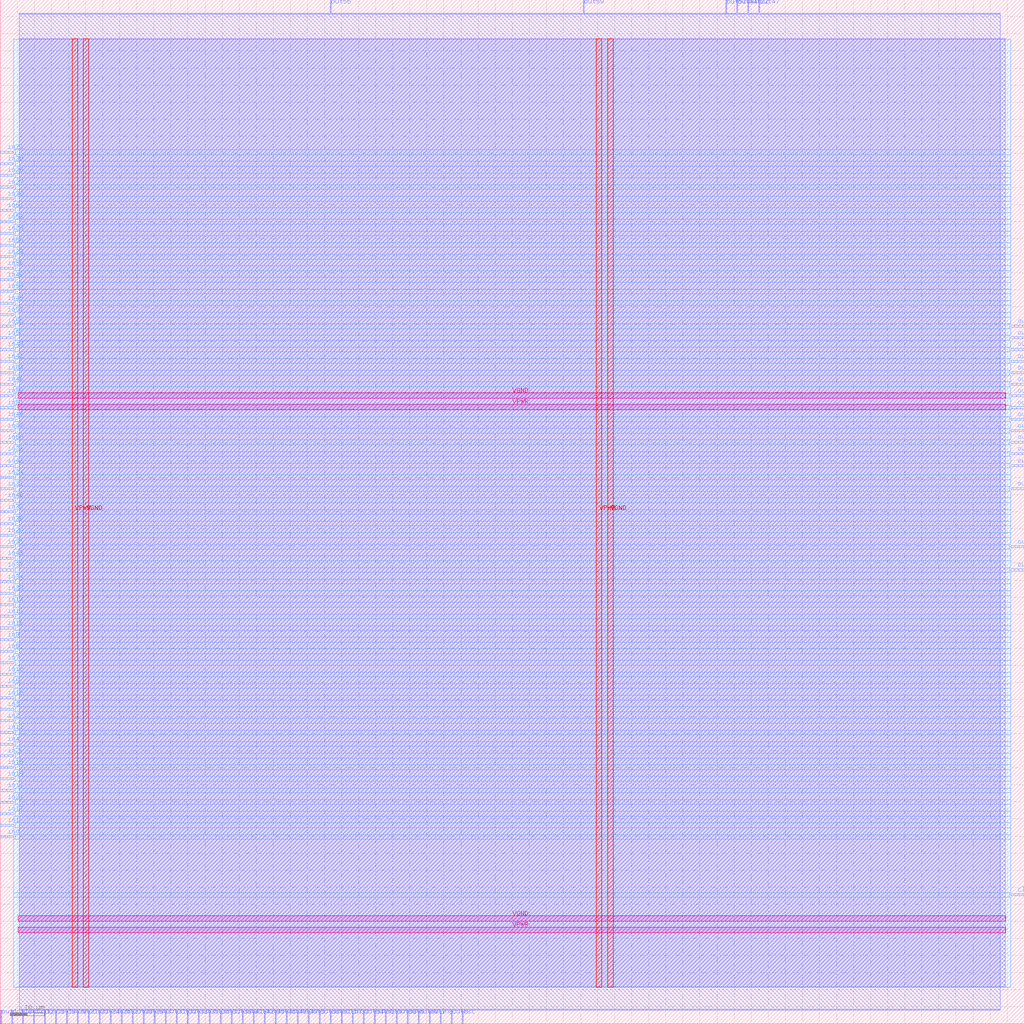
<source format=lef>
VERSION 5.7 ;
  NOWIREEXTENSIONATPIN ON ;
  DIVIDERCHAR "/" ;
  BUSBITCHARS "[]" ;
MACRO netlist_1
  CLASS BLOCK ;
  FOREIGN netlist_1 ;
  ORIGIN 0.000 0.000 ;
  SIZE 300.000 BY 300.000 ;
  PIN VGND
    DIRECTION INOUT ;
    USE GROUND ;
    PORT
      LAYER met4 ;
        RECT 24.340 10.640 25.940 288.560 ;
    END
    PORT
      LAYER met4 ;
        RECT 177.940 10.640 179.540 288.560 ;
    END
    PORT
      LAYER met5 ;
        RECT 5.280 30.030 294.640 31.630 ;
    END
    PORT
      LAYER met5 ;
        RECT 5.280 183.210 294.640 184.810 ;
    END
  END VGND
  PIN VPWR
    DIRECTION INOUT ;
    USE POWER ;
    PORT
      LAYER met4 ;
        RECT 21.040 10.640 22.640 288.560 ;
    END
    PORT
      LAYER met4 ;
        RECT 174.640 10.640 176.240 288.560 ;
    END
    PORT
      LAYER met5 ;
        RECT 5.280 26.730 294.640 28.330 ;
    END
    PORT
      LAYER met5 ;
        RECT 5.280 179.910 294.640 181.510 ;
    END
  END VPWR
  PIN clk
    DIRECTION INPUT ;
    USE SIGNAL ;
    ANTENNAGATEAREA 0.852000 ;
    ANTENNADIFFAREA 0.434700 ;
    PORT
      LAYER met3 ;
        RECT 296.000 37.440 300.000 38.040 ;
    END
  END clk
  PIN in0
    DIRECTION INPUT ;
    USE SIGNAL ;
    ANTENNAGATEAREA 0.196500 ;
    ANTENNADIFFAREA 0.434700 ;
    PORT
      LAYER met3 ;
        RECT 0.000 54.440 4.000 55.040 ;
    END
  END in0
  PIN in1
    DIRECTION INPUT ;
    USE SIGNAL ;
    ANTENNAGATEAREA 0.196500 ;
    ANTENNADIFFAREA 0.434700 ;
    PORT
      LAYER met3 ;
        RECT 0.000 57.840 4.000 58.440 ;
    END
  END in1
  PIN in10
    DIRECTION INPUT ;
    USE SIGNAL ;
    ANTENNAGATEAREA 0.196500 ;
    ANTENNADIFFAREA 0.434700 ;
    PORT
      LAYER met3 ;
        RECT 0.000 102.040 4.000 102.640 ;
    END
  END in10
  PIN in11
    DIRECTION INPUT ;
    USE SIGNAL ;
    ANTENNAGATEAREA 0.196500 ;
    ANTENNADIFFAREA 0.434700 ;
    PORT
      LAYER met3 ;
        RECT 0.000 68.040 4.000 68.640 ;
    END
  END in11
  PIN in12
    DIRECTION INPUT ;
    USE SIGNAL ;
    ANTENNAGATEAREA 0.196500 ;
    ANTENNADIFFAREA 0.434700 ;
    PORT
      LAYER met3 ;
        RECT 0.000 85.040 4.000 85.640 ;
    END
  END in12
  PIN in13
    DIRECTION INPUT ;
    USE SIGNAL ;
    ANTENNAGATEAREA 0.196500 ;
    ANTENNADIFFAREA 0.434700 ;
    PORT
      LAYER met3 ;
        RECT 0.000 119.040 4.000 119.640 ;
    END
  END in13
  PIN in14
    DIRECTION INPUT ;
    USE SIGNAL ;
    ANTENNAGATEAREA 0.196500 ;
    ANTENNADIFFAREA 0.434700 ;
    PORT
      LAYER met3 ;
        RECT 0.000 122.440 4.000 123.040 ;
    END
  END in14
  PIN in15
    DIRECTION INPUT ;
    USE SIGNAL ;
    ANTENNAGATEAREA 0.196500 ;
    ANTENNADIFFAREA 0.434700 ;
    PORT
      LAYER met3 ;
        RECT 0.000 74.840 4.000 75.440 ;
    END
  END in15
  PIN in16
    DIRECTION INPUT ;
    USE SIGNAL ;
    ANTENNAGATEAREA 0.196500 ;
    ANTENNADIFFAREA 0.434700 ;
    PORT
      LAYER met3 ;
        RECT 0.000 115.640 4.000 116.240 ;
    END
  END in16
  PIN in17
    DIRECTION INPUT ;
    USE SIGNAL ;
    ANTENNAGATEAREA 0.196500 ;
    ANTENNADIFFAREA 0.434700 ;
    PORT
      LAYER met3 ;
        RECT 0.000 61.240 4.000 61.840 ;
    END
  END in17
  PIN in18
    DIRECTION INPUT ;
    USE SIGNAL ;
    ANTENNAGATEAREA 0.196500 ;
    ANTENNADIFFAREA 0.434700 ;
    PORT
      LAYER met3 ;
        RECT 0.000 95.240 4.000 95.840 ;
    END
  END in18
  PIN in19
    DIRECTION INPUT ;
    USE SIGNAL ;
    ANTENNAGATEAREA 0.196500 ;
    ANTENNADIFFAREA 0.434700 ;
    PORT
      LAYER met3 ;
        RECT 0.000 71.440 4.000 72.040 ;
    END
  END in19
  PIN in2
    DIRECTION INPUT ;
    USE SIGNAL ;
    ANTENNAGATEAREA 0.196500 ;
    ANTENNADIFFAREA 0.434700 ;
    PORT
      LAYER met3 ;
        RECT 0.000 88.440 4.000 89.040 ;
    END
  END in2
  PIN in20
    DIRECTION INPUT ;
    USE SIGNAL ;
    ANTENNAGATEAREA 0.196500 ;
    ANTENNADIFFAREA 0.434700 ;
    PORT
      LAYER met3 ;
        RECT 0.000 78.240 4.000 78.840 ;
    END
  END in20
  PIN in21
    DIRECTION INPUT ;
    USE SIGNAL ;
    ANTENNAGATEAREA 0.213000 ;
    ANTENNADIFFAREA 0.434700 ;
    PORT
      LAYER met3 ;
        RECT 0.000 64.640 4.000 65.240 ;
    END
  END in21
  PIN in22
    DIRECTION INPUT ;
    USE SIGNAL ;
    ANTENNAGATEAREA 0.196500 ;
    ANTENNADIFFAREA 0.434700 ;
    PORT
      LAYER met3 ;
        RECT 0.000 166.640 4.000 167.240 ;
    END
  END in22
  PIN in23
    DIRECTION INPUT ;
    USE SIGNAL ;
    ANTENNAGATEAREA 0.196500 ;
    ANTENNADIFFAREA 0.434700 ;
    PORT
      LAYER met3 ;
        RECT 0.000 255.040 4.000 255.640 ;
    END
  END in23
  PIN in24
    DIRECTION INPUT ;
    USE SIGNAL ;
    ANTENNAGATEAREA 0.196500 ;
    ANTENNADIFFAREA 0.434700 ;
    PORT
      LAYER met3 ;
        RECT 0.000 159.840 4.000 160.440 ;
    END
  END in24
  PIN in25
    DIRECTION INPUT ;
    USE SIGNAL ;
    ANTENNAGATEAREA 0.196500 ;
    ANTENNADIFFAREA 0.434700 ;
    PORT
      LAYER met3 ;
        RECT 0.000 248.240 4.000 248.840 ;
    END
  END in25
  PIN in26
    DIRECTION INPUT ;
    USE SIGNAL ;
    ANTENNAGATEAREA 0.196500 ;
    ANTENNADIFFAREA 0.434700 ;
    PORT
      LAYER met3 ;
        RECT 0.000 231.240 4.000 231.840 ;
    END
  END in26
  PIN in27
    DIRECTION INPUT ;
    USE SIGNAL ;
    ANTENNAGATEAREA 0.196500 ;
    ANTENNADIFFAREA 0.434700 ;
    PORT
      LAYER met3 ;
        RECT 0.000 244.840 4.000 245.440 ;
    END
  END in27
  PIN in28
    DIRECTION INPUT ;
    USE SIGNAL ;
    ANTENNAGATEAREA 0.196500 ;
    ANTENNADIFFAREA 0.434700 ;
    PORT
      LAYER met3 ;
        RECT 0.000 224.440 4.000 225.040 ;
    END
  END in28
  PIN in29
    DIRECTION INPUT ;
    USE SIGNAL ;
    ANTENNAGATEAREA 0.196500 ;
    ANTENNADIFFAREA 0.434700 ;
    PORT
      LAYER met3 ;
        RECT 0.000 142.840 4.000 143.440 ;
    END
  END in29
  PIN in3
    DIRECTION INPUT ;
    USE SIGNAL ;
    ANTENNAGATEAREA 0.196500 ;
    ANTENNADIFFAREA 0.434700 ;
    PORT
      LAYER met3 ;
        RECT 0.000 91.840 4.000 92.440 ;
    END
  END in3
  PIN in30
    DIRECTION INPUT ;
    USE SIGNAL ;
    ANTENNAGATEAREA 0.196500 ;
    ANTENNADIFFAREA 0.434700 ;
    PORT
      LAYER met3 ;
        RECT 0.000 241.440 4.000 242.040 ;
    END
  END in30
  PIN in31
    DIRECTION INPUT ;
    USE SIGNAL ;
    ANTENNAGATEAREA 0.196500 ;
    ANTENNADIFFAREA 0.434700 ;
    PORT
      LAYER met3 ;
        RECT 0.000 156.440 4.000 157.040 ;
    END
  END in31
  PIN in32
    DIRECTION INPUT ;
    USE SIGNAL ;
    ANTENNAGATEAREA 0.213000 ;
    ANTENNADIFFAREA 0.434700 ;
    PORT
      LAYER met2 ;
        RECT 103.130 0.000 103.410 4.000 ;
    END
  END in32
  PIN in33
    DIRECTION INPUT ;
    USE SIGNAL ;
    ANTENNAGATEAREA 0.196500 ;
    ANTENNADIFFAREA 0.434700 ;
    PORT
      LAYER met3 ;
        RECT 0.000 149.640 4.000 150.240 ;
    END
  END in33
  PIN in34
    DIRECTION INPUT ;
    USE SIGNAL ;
    ANTENNAGATEAREA 0.196500 ;
    ANTENNADIFFAREA 0.434700 ;
    PORT
      LAYER met3 ;
        RECT 0.000 129.240 4.000 129.840 ;
    END
  END in34
  PIN in35
    DIRECTION INPUT ;
    USE SIGNAL ;
    ANTENNAGATEAREA 0.196500 ;
    ANTENNADIFFAREA 0.434700 ;
    PORT
      LAYER met3 ;
        RECT 0.000 139.440 4.000 140.040 ;
    END
  END in35
  PIN in36
    DIRECTION INPUT ;
    USE SIGNAL ;
    ANTENNAGATEAREA 0.196500 ;
    ANTENNADIFFAREA 0.434700 ;
    PORT
      LAYER met3 ;
        RECT 0.000 251.640 4.000 252.240 ;
    END
  END in36
  PIN in37
    DIRECTION INPUT ;
    USE SIGNAL ;
    ANTENNAGATEAREA 0.196500 ;
    ANTENNADIFFAREA 0.434700 ;
    PORT
      LAYER met3 ;
        RECT 0.000 132.640 4.000 133.240 ;
    END
  END in37
  PIN in38
    DIRECTION INPUT ;
    USE SIGNAL ;
    ANTENNAGATEAREA 0.196500 ;
    ANTENNADIFFAREA 0.434700 ;
    PORT
      LAYER met3 ;
        RECT 0.000 125.840 4.000 126.440 ;
    END
  END in38
  PIN in39
    DIRECTION INPUT ;
    USE SIGNAL ;
    ANTENNAGATEAREA 0.196500 ;
    ANTENNADIFFAREA 0.434700 ;
    PORT
      LAYER met3 ;
        RECT 0.000 146.240 4.000 146.840 ;
    END
  END in39
  PIN in4
    DIRECTION INPUT ;
    USE SIGNAL ;
    ANTENNAGATEAREA 0.196500 ;
    ANTENNADIFFAREA 0.434700 ;
    PORT
      LAYER met3 ;
        RECT 0.000 81.640 4.000 82.240 ;
    END
  END in4
  PIN in40
    DIRECTION INPUT ;
    USE SIGNAL ;
    ANTENNAGATEAREA 0.126000 ;
    ANTENNADIFFAREA 0.434700 ;
    PORT
      LAYER met3 ;
        RECT 0.000 153.040 4.000 153.640 ;
    END
  END in40
  PIN in41
    DIRECTION INPUT ;
    USE SIGNAL ;
    ANTENNAGATEAREA 0.196500 ;
    ANTENNADIFFAREA 0.434700 ;
    PORT
      LAYER met3 ;
        RECT 0.000 193.840 4.000 194.440 ;
    END
  END in41
  PIN in42
    DIRECTION INPUT ;
    USE SIGNAL ;
    ANTENNAGATEAREA 0.196500 ;
    ANTENNADIFFAREA 0.434700 ;
    PORT
      LAYER met3 ;
        RECT 0.000 163.240 4.000 163.840 ;
    END
  END in42
  PIN in43
    DIRECTION INPUT ;
    USE SIGNAL ;
    ANTENNAGATEAREA 0.126000 ;
    ANTENNADIFFAREA 0.434700 ;
    PORT
      LAYER met3 ;
        RECT 0.000 136.040 4.000 136.640 ;
    END
  END in43
  PIN in44
    DIRECTION INPUT ;
    USE SIGNAL ;
    ANTENNAGATEAREA 0.196500 ;
    ANTENNADIFFAREA 0.434700 ;
    PORT
      LAYER met3 ;
        RECT 0.000 176.840 4.000 177.440 ;
    END
  END in44
  PIN in45
    DIRECTION INPUT ;
    USE SIGNAL ;
    ANTENNAGATEAREA 0.196500 ;
    ANTENNADIFFAREA 0.434700 ;
    PORT
      LAYER met3 ;
        RECT 0.000 210.840 4.000 211.440 ;
    END
  END in45
  PIN in46
    DIRECTION INPUT ;
    USE SIGNAL ;
    ANTENNAGATEAREA 0.196500 ;
    ANTENNADIFFAREA 0.434700 ;
    PORT
      LAYER met3 ;
        RECT 0.000 187.040 4.000 187.640 ;
    END
  END in46
  PIN in47
    DIRECTION INPUT ;
    USE SIGNAL ;
    ANTENNAGATEAREA 0.196500 ;
    ANTENNADIFFAREA 0.434700 ;
    PORT
      LAYER met3 ;
        RECT 0.000 173.440 4.000 174.040 ;
    END
  END in47
  PIN in48
    DIRECTION INPUT ;
    USE SIGNAL ;
    ANTENNAGATEAREA 0.196500 ;
    ANTENNADIFFAREA 0.434700 ;
    PORT
      LAYER met3 ;
        RECT 0.000 197.240 4.000 197.840 ;
    END
  END in48
  PIN in49
    DIRECTION INPUT ;
    USE SIGNAL ;
    ANTENNAGATEAREA 0.196500 ;
    ANTENNADIFFAREA 0.434700 ;
    PORT
      LAYER met3 ;
        RECT 0.000 217.640 4.000 218.240 ;
    END
  END in49
  PIN in5
    DIRECTION INPUT ;
    USE SIGNAL ;
    ANTENNAGATEAREA 0.126000 ;
    ANTENNADIFFAREA 0.434700 ;
    PORT
      LAYER met3 ;
        RECT 0.000 98.640 4.000 99.240 ;
    END
  END in5
  PIN in50
    DIRECTION INPUT ;
    USE SIGNAL ;
    ANTENNAGATEAREA 0.196500 ;
    ANTENNADIFFAREA 0.434700 ;
    PORT
      LAYER met3 ;
        RECT 0.000 227.840 4.000 228.440 ;
    END
  END in50
  PIN in51
    DIRECTION INPUT ;
    USE SIGNAL ;
    ANTENNAGATEAREA 0.196500 ;
    ANTENNADIFFAREA 0.434700 ;
    PORT
      LAYER met3 ;
        RECT 0.000 180.240 4.000 180.840 ;
    END
  END in51
  PIN in52
    DIRECTION INPUT ;
    USE SIGNAL ;
    ANTENNAGATEAREA 0.196500 ;
    ANTENNADIFFAREA 0.434700 ;
    PORT
      LAYER met3 ;
        RECT 0.000 234.640 4.000 235.240 ;
    END
  END in52
  PIN in53
    DIRECTION INPUT ;
    USE SIGNAL ;
    ANTENNAGATEAREA 0.213000 ;
    ANTENNADIFFAREA 0.434700 ;
    PORT
      LAYER met3 ;
        RECT 0.000 200.640 4.000 201.240 ;
    END
  END in53
  PIN in54
    DIRECTION INPUT ;
    USE SIGNAL ;
    ANTENNAGATEAREA 0.196500 ;
    ANTENNADIFFAREA 0.434700 ;
    PORT
      LAYER met3 ;
        RECT 0.000 190.440 4.000 191.040 ;
    END
  END in54
  PIN in55
    DIRECTION INPUT ;
    USE SIGNAL ;
    ANTENNAGATEAREA 0.196500 ;
    ANTENNADIFFAREA 0.434700 ;
    PORT
      LAYER met3 ;
        RECT 0.000 204.040 4.000 204.640 ;
    END
  END in55
  PIN in56
    DIRECTION INPUT ;
    USE SIGNAL ;
    ANTENNAGATEAREA 0.196500 ;
    ANTENNADIFFAREA 0.434700 ;
    PORT
      LAYER met3 ;
        RECT 0.000 221.040 4.000 221.640 ;
    END
  END in56
  PIN in57
    DIRECTION INPUT ;
    USE SIGNAL ;
    ANTENNAGATEAREA 0.196500 ;
    ANTENNADIFFAREA 0.434700 ;
    PORT
      LAYER met3 ;
        RECT 0.000 207.440 4.000 208.040 ;
    END
  END in57
  PIN in58
    DIRECTION INPUT ;
    USE SIGNAL ;
    ANTENNAGATEAREA 0.196500 ;
    ANTENNADIFFAREA 0.434700 ;
    PORT
      LAYER met3 ;
        RECT 0.000 214.240 4.000 214.840 ;
    END
  END in58
  PIN in59
    DIRECTION INPUT ;
    USE SIGNAL ;
    ANTENNAGATEAREA 0.196500 ;
    ANTENNADIFFAREA 0.434700 ;
    PORT
      LAYER met3 ;
        RECT 0.000 183.640 4.000 184.240 ;
    END
  END in59
  PIN in6
    DIRECTION INPUT ;
    USE SIGNAL ;
    ANTENNAGATEAREA 0.196500 ;
    ANTENNADIFFAREA 0.434700 ;
    PORT
      LAYER met3 ;
        RECT 0.000 108.840 4.000 109.440 ;
    END
  END in6
  PIN in60
    DIRECTION INPUT ;
    USE SIGNAL ;
    ANTENNAGATEAREA 0.196500 ;
    ANTENNADIFFAREA 0.434700 ;
    PORT
      LAYER met3 ;
        RECT 0.000 170.040 4.000 170.640 ;
    END
  END in60
  PIN in61
    DIRECTION INPUT ;
    USE SIGNAL ;
    ANTENNAGATEAREA 0.196500 ;
    ANTENNADIFFAREA 0.434700 ;
    PORT
      LAYER met3 ;
        RECT 0.000 238.040 4.000 238.640 ;
    END
  END in61
  PIN in7
    DIRECTION INPUT ;
    USE SIGNAL ;
    ANTENNAGATEAREA 0.196500 ;
    ANTENNADIFFAREA 0.434700 ;
    PORT
      LAYER met3 ;
        RECT 0.000 105.440 4.000 106.040 ;
    END
  END in7
  PIN in8
    DIRECTION INPUT ;
    USE SIGNAL ;
    ANTENNAGATEAREA 0.196500 ;
    ANTENNADIFFAREA 0.434700 ;
    PORT
      LAYER met2 ;
        RECT 128.890 0.000 129.170 4.000 ;
    END
  END in8
  PIN in9
    DIRECTION INPUT ;
    USE SIGNAL ;
    ANTENNAGATEAREA 0.213000 ;
    ANTENNADIFFAREA 0.434700 ;
    PORT
      LAYER met3 ;
        RECT 0.000 112.240 4.000 112.840 ;
    END
  END in9
  PIN out0
    DIRECTION OUTPUT ;
    USE SIGNAL ;
    ANTENNADIFFAREA 0.445500 ;
    PORT
      LAYER met3 ;
        RECT 296.000 180.240 300.000 180.840 ;
    END
  END out0
  PIN out1
    DIRECTION OUTPUT ;
    USE SIGNAL ;
    PORT
      LAYER met2 ;
        RECT 0.090 0.000 0.370 4.000 ;
    END
  END out1
  PIN out10
    DIRECTION OUTPUT ;
    USE SIGNAL ;
    PORT
      LAYER met2 ;
        RECT 3.310 0.000 3.590 4.000 ;
    END
  END out10
  PIN out11
    DIRECTION OUTPUT ;
    USE SIGNAL ;
    ANTENNADIFFAREA 0.445500 ;
    PORT
      LAYER met3 ;
        RECT 296.000 156.440 300.000 157.040 ;
    END
  END out11
  PIN out12
    DIRECTION OUTPUT ;
    USE SIGNAL ;
    PORT
      LAYER met2 ;
        RECT 6.530 0.000 6.810 4.000 ;
    END
  END out12
  PIN out13
    DIRECTION OUTPUT ;
    USE SIGNAL ;
    PORT
      LAYER met2 ;
        RECT 9.750 0.000 10.030 4.000 ;
    END
  END out13
  PIN out14
    DIRECTION OUTPUT ;
    USE SIGNAL ;
    ANTENNADIFFAREA 0.445500 ;
    PORT
      LAYER met3 ;
        RECT 296.000 166.640 300.000 167.240 ;
    END
  END out14
  PIN out15
    DIRECTION OUTPUT ;
    USE SIGNAL ;
    PORT
      LAYER met2 ;
        RECT 12.970 0.000 13.250 4.000 ;
    END
  END out15
  PIN out16
    DIRECTION OUTPUT ;
    USE SIGNAL ;
    ANTENNADIFFAREA 0.445500 ;
    PORT
      LAYER met3 ;
        RECT 296.000 163.240 300.000 163.840 ;
    END
  END out16
  PIN out17
    DIRECTION OUTPUT ;
    USE SIGNAL ;
    ANTENNADIFFAREA 0.340600 ;
    PORT
      LAYER met3 ;
        RECT 296.000 173.440 300.000 174.040 ;
    END
  END out17
  PIN out18
    DIRECTION OUTPUT ;
    USE SIGNAL ;
    ANTENNADIFFAREA 0.445500 ;
    PORT
      LAYER met3 ;
        RECT 296.000 197.240 300.000 197.840 ;
    END
  END out18
  PIN out19
    DIRECTION OUTPUT ;
    USE SIGNAL ;
    PORT
      LAYER met2 ;
        RECT 16.190 0.000 16.470 4.000 ;
    END
  END out19
  PIN out2
    DIRECTION OUTPUT ;
    USE SIGNAL ;
    ANTENNADIFFAREA 0.445500 ;
    PORT
      LAYER met3 ;
        RECT 296.000 200.640 300.000 201.240 ;
    END
  END out2
  PIN out20
    DIRECTION OUTPUT ;
    USE SIGNAL ;
    PORT
      LAYER met2 ;
        RECT 19.410 0.000 19.690 4.000 ;
    END
  END out20
  PIN out21
    DIRECTION OUTPUT ;
    USE SIGNAL ;
    PORT
      LAYER met2 ;
        RECT 22.630 0.000 22.910 4.000 ;
    END
  END out21
  PIN out22
    DIRECTION OUTPUT ;
    USE SIGNAL ;
    ANTENNADIFFAREA 0.340600 ;
    PORT
      LAYER met2 ;
        RECT 219.050 296.000 219.330 300.000 ;
    END
  END out22
  PIN out23
    DIRECTION OUTPUT ;
    USE SIGNAL ;
    PORT
      LAYER met2 ;
        RECT 25.850 0.000 26.130 4.000 ;
    END
  END out23
  PIN out24
    DIRECTION OUTPUT ;
    USE SIGNAL ;
    PORT
      LAYER met2 ;
        RECT 29.070 0.000 29.350 4.000 ;
    END
  END out24
  PIN out25
    DIRECTION OUTPUT ;
    USE SIGNAL ;
    ANTENNADIFFAREA 0.445500 ;
    PORT
      LAYER met3 ;
        RECT 296.000 176.840 300.000 177.440 ;
    END
  END out25
  PIN out26
    DIRECTION OUTPUT ;
    USE SIGNAL ;
    PORT
      LAYER met2 ;
        RECT 32.290 0.000 32.570 4.000 ;
    END
  END out26
  PIN out27
    DIRECTION OUTPUT ;
    USE SIGNAL ;
    PORT
      LAYER met2 ;
        RECT 35.510 0.000 35.790 4.000 ;
    END
  END out27
  PIN out28
    DIRECTION OUTPUT ;
    USE SIGNAL ;
    PORT
      LAYER met2 ;
        RECT 38.730 0.000 39.010 4.000 ;
    END
  END out28
  PIN out29
    DIRECTION OUTPUT ;
    USE SIGNAL ;
    PORT
      LAYER met2 ;
        RECT 41.950 0.000 42.230 4.000 ;
    END
  END out29
  PIN out3
    DIRECTION OUTPUT ;
    USE SIGNAL ;
    PORT
      LAYER met2 ;
        RECT 45.170 0.000 45.450 4.000 ;
    END
  END out3
  PIN out30
    DIRECTION OUTPUT ;
    USE SIGNAL ;
    ANTENNADIFFAREA 0.340600 ;
    PORT
      LAYER met3 ;
        RECT 296.000 139.440 300.000 140.040 ;
    END
  END out30
  PIN out31
    DIRECTION OUTPUT ;
    USE SIGNAL ;
    PORT
      LAYER met2 ;
        RECT 48.390 0.000 48.670 4.000 ;
    END
  END out31
  PIN out32
    DIRECTION OUTPUT ;
    USE SIGNAL ;
    PORT
      LAYER met2 ;
        RECT 51.610 0.000 51.890 4.000 ;
    END
  END out32
  PIN out33
    DIRECTION OUTPUT ;
    USE SIGNAL ;
    PORT
      LAYER met2 ;
        RECT 54.830 0.000 55.110 4.000 ;
    END
  END out33
  PIN out34
    DIRECTION OUTPUT ;
    USE SIGNAL ;
    ANTENNADIFFAREA 0.340600 ;
    PORT
      LAYER met3 ;
        RECT 296.000 183.640 300.000 184.240 ;
    END
  END out34
  PIN out35
    DIRECTION OUTPUT ;
    USE SIGNAL ;
    PORT
      LAYER met2 ;
        RECT 58.050 0.000 58.330 4.000 ;
    END
  END out35
  PIN out36
    DIRECTION OUTPUT ;
    USE SIGNAL ;
    PORT
      LAYER met2 ;
        RECT 61.270 0.000 61.550 4.000 ;
    END
  END out36
  PIN out37
    DIRECTION OUTPUT ;
    USE SIGNAL ;
    PORT
      LAYER met2 ;
        RECT 64.490 0.000 64.770 4.000 ;
    END
  END out37
  PIN out38
    DIRECTION OUTPUT ;
    USE SIGNAL ;
    ANTENNADIFFAREA 0.340600 ;
    PORT
      LAYER met3 ;
        RECT 296.000 190.440 300.000 191.040 ;
    END
  END out38
  PIN out39
    DIRECTION OUTPUT ;
    USE SIGNAL ;
    PORT
      LAYER met2 ;
        RECT 67.710 0.000 67.990 4.000 ;
    END
  END out39
  PIN out4
    DIRECTION OUTPUT ;
    USE SIGNAL ;
    ANTENNADIFFAREA 0.340600 ;
    PORT
      LAYER met3 ;
        RECT 296.000 170.040 300.000 170.640 ;
    END
  END out4
  PIN out40
    DIRECTION OUTPUT ;
    USE SIGNAL ;
    ANTENNADIFFAREA 0.445500 ;
    PORT
      LAYER met3 ;
        RECT 296.000 193.840 300.000 194.440 ;
    END
  END out40
  PIN out41
    DIRECTION OUTPUT ;
    USE SIGNAL ;
    PORT
      LAYER met2 ;
        RECT 70.930 0.000 71.210 4.000 ;
    END
  END out41
  PIN out42
    DIRECTION OUTPUT ;
    USE SIGNAL ;
    PORT
      LAYER met2 ;
        RECT 74.150 0.000 74.430 4.000 ;
    END
  END out42
  PIN out43
    DIRECTION OUTPUT ;
    USE SIGNAL ;
    ANTENNADIFFAREA 0.340600 ;
    PORT
      LAYER met3 ;
        RECT 296.000 204.040 300.000 204.640 ;
    END
  END out43
  PIN out44
    DIRECTION OUTPUT ;
    USE SIGNAL ;
    ANTENNADIFFAREA 0.340600 ;
    PORT
      LAYER met2 ;
        RECT 215.830 296.000 216.110 300.000 ;
    END
  END out44
  PIN out45
    DIRECTION OUTPUT ;
    USE SIGNAL ;
    PORT
      LAYER met2 ;
        RECT 77.370 0.000 77.650 4.000 ;
    END
  END out45
  PIN out46
    DIRECTION OUTPUT ;
    USE SIGNAL ;
    PORT
      LAYER met2 ;
        RECT 80.590 0.000 80.870 4.000 ;
    END
  END out46
  PIN out47
    DIRECTION OUTPUT ;
    USE SIGNAL ;
    ANTENNADIFFAREA 0.340600 ;
    PORT
      LAYER met2 ;
        RECT 222.270 296.000 222.550 300.000 ;
    END
  END out47
  PIN out48
    DIRECTION OUTPUT ;
    USE SIGNAL ;
    PORT
      LAYER met2 ;
        RECT 83.810 0.000 84.090 4.000 ;
    END
  END out48
  PIN out49
    DIRECTION OUTPUT ;
    USE SIGNAL ;
    PORT
      LAYER met2 ;
        RECT 87.030 0.000 87.310 4.000 ;
    END
  END out49
  PIN out5
    DIRECTION OUTPUT ;
    USE SIGNAL ;
    PORT
      LAYER met2 ;
        RECT 90.250 0.000 90.530 4.000 ;
    END
  END out5
  PIN out50
    DIRECTION OUTPUT ;
    USE SIGNAL ;
    PORT
      LAYER met2 ;
        RECT 93.470 0.000 93.750 4.000 ;
    END
  END out50
  PIN out51
    DIRECTION OUTPUT ;
    USE SIGNAL ;
    PORT
      LAYER met2 ;
        RECT 96.690 0.000 96.970 4.000 ;
    END
  END out51
  PIN out52
    DIRECTION OUTPUT ;
    USE SIGNAL ;
    ANTENNADIFFAREA 0.340600 ;
    PORT
      LAYER met2 ;
        RECT 212.610 296.000 212.890 300.000 ;
    END
  END out52
  PIN out53
    DIRECTION OUTPUT ;
    USE SIGNAL ;
    PORT
      LAYER met2 ;
        RECT 99.910 0.000 100.190 4.000 ;
    END
  END out53
  PIN out54
    DIRECTION OUTPUT ;
    USE SIGNAL ;
    PORT
      LAYER met2 ;
        RECT 106.350 0.000 106.630 4.000 ;
    END
  END out54
  PIN out55
    DIRECTION OUTPUT ;
    USE SIGNAL ;
    PORT
      LAYER met2 ;
        RECT 109.570 0.000 109.850 4.000 ;
    END
  END out55
  PIN out56
    DIRECTION OUTPUT ;
    USE SIGNAL ;
    ANTENNADIFFAREA 0.795200 ;
    PORT
      LAYER met2 ;
        RECT 96.690 296.000 96.970 300.000 ;
    END
  END out56
  PIN out57
    DIRECTION OUTPUT ;
    USE SIGNAL ;
    PORT
      LAYER met2 ;
        RECT 112.790 0.000 113.070 4.000 ;
    END
  END out57
  PIN out58
    DIRECTION OUTPUT ;
    USE SIGNAL ;
    PORT
      LAYER met2 ;
        RECT 116.010 0.000 116.290 4.000 ;
    END
  END out58
  PIN out59
    DIRECTION OUTPUT ;
    USE SIGNAL ;
    ANTENNADIFFAREA 0.340600 ;
    PORT
      LAYER met2 ;
        RECT 170.750 296.000 171.030 300.000 ;
    END
  END out59
  PIN out6
    DIRECTION OUTPUT ;
    USE SIGNAL ;
    PORT
      LAYER met2 ;
        RECT 119.230 0.000 119.510 4.000 ;
    END
  END out6
  PIN out60
    DIRECTION OUTPUT ;
    USE SIGNAL ;
    PORT
      LAYER met2 ;
        RECT 122.450 0.000 122.730 4.000 ;
    END
  END out60
  PIN out61
    DIRECTION OUTPUT ;
    USE SIGNAL ;
    ANTENNADIFFAREA 0.445500 ;
    PORT
      LAYER met3 ;
        RECT 296.000 187.040 300.000 187.640 ;
    END
  END out61
  PIN out7
    DIRECTION OUTPUT ;
    USE SIGNAL ;
    PORT
      LAYER met2 ;
        RECT 125.670 0.000 125.950 4.000 ;
    END
  END out7
  PIN out8
    DIRECTION OUTPUT ;
    USE SIGNAL ;
    PORT
      LAYER met2 ;
        RECT 132.110 0.000 132.390 4.000 ;
    END
  END out8
  PIN out9
    DIRECTION OUTPUT ;
    USE SIGNAL ;
    ANTENNADIFFAREA 0.445500 ;
    PORT
      LAYER met3 ;
        RECT 296.000 132.640 300.000 133.240 ;
    END
  END out9
  PIN rst
    DIRECTION INPUT ;
    USE SIGNAL ;
    PORT
      LAYER met2 ;
        RECT 135.330 0.000 135.610 4.000 ;
    END
  END rst
  OBS
      LAYER li1 ;
        RECT 5.520 10.795 294.400 288.405 ;
      LAYER met1 ;
        RECT 5.520 10.640 294.400 288.560 ;
      LAYER met2 ;
        RECT 5.610 295.720 96.410 296.000 ;
        RECT 97.250 295.720 170.470 296.000 ;
        RECT 171.310 295.720 212.330 296.000 ;
        RECT 213.170 295.720 215.550 296.000 ;
        RECT 216.390 295.720 218.770 296.000 ;
        RECT 219.610 295.720 221.990 296.000 ;
        RECT 222.830 295.720 292.930 296.000 ;
        RECT 5.610 4.280 292.930 295.720 ;
        RECT 5.610 4.000 6.250 4.280 ;
        RECT 7.090 4.000 9.470 4.280 ;
        RECT 10.310 4.000 12.690 4.280 ;
        RECT 13.530 4.000 15.910 4.280 ;
        RECT 16.750 4.000 19.130 4.280 ;
        RECT 19.970 4.000 22.350 4.280 ;
        RECT 23.190 4.000 25.570 4.280 ;
        RECT 26.410 4.000 28.790 4.280 ;
        RECT 29.630 4.000 32.010 4.280 ;
        RECT 32.850 4.000 35.230 4.280 ;
        RECT 36.070 4.000 38.450 4.280 ;
        RECT 39.290 4.000 41.670 4.280 ;
        RECT 42.510 4.000 44.890 4.280 ;
        RECT 45.730 4.000 48.110 4.280 ;
        RECT 48.950 4.000 51.330 4.280 ;
        RECT 52.170 4.000 54.550 4.280 ;
        RECT 55.390 4.000 57.770 4.280 ;
        RECT 58.610 4.000 60.990 4.280 ;
        RECT 61.830 4.000 64.210 4.280 ;
        RECT 65.050 4.000 67.430 4.280 ;
        RECT 68.270 4.000 70.650 4.280 ;
        RECT 71.490 4.000 73.870 4.280 ;
        RECT 74.710 4.000 77.090 4.280 ;
        RECT 77.930 4.000 80.310 4.280 ;
        RECT 81.150 4.000 83.530 4.280 ;
        RECT 84.370 4.000 86.750 4.280 ;
        RECT 87.590 4.000 89.970 4.280 ;
        RECT 90.810 4.000 93.190 4.280 ;
        RECT 94.030 4.000 96.410 4.280 ;
        RECT 97.250 4.000 99.630 4.280 ;
        RECT 100.470 4.000 102.850 4.280 ;
        RECT 103.690 4.000 106.070 4.280 ;
        RECT 106.910 4.000 109.290 4.280 ;
        RECT 110.130 4.000 112.510 4.280 ;
        RECT 113.350 4.000 115.730 4.280 ;
        RECT 116.570 4.000 118.950 4.280 ;
        RECT 119.790 4.000 122.170 4.280 ;
        RECT 123.010 4.000 125.390 4.280 ;
        RECT 126.230 4.000 128.610 4.280 ;
        RECT 129.450 4.000 131.830 4.280 ;
        RECT 132.670 4.000 135.050 4.280 ;
        RECT 135.890 4.000 292.930 4.280 ;
      LAYER met3 ;
        RECT 4.000 256.040 296.000 288.485 ;
        RECT 4.400 254.640 296.000 256.040 ;
        RECT 4.000 252.640 296.000 254.640 ;
        RECT 4.400 251.240 296.000 252.640 ;
        RECT 4.000 249.240 296.000 251.240 ;
        RECT 4.400 247.840 296.000 249.240 ;
        RECT 4.000 245.840 296.000 247.840 ;
        RECT 4.400 244.440 296.000 245.840 ;
        RECT 4.000 242.440 296.000 244.440 ;
        RECT 4.400 241.040 296.000 242.440 ;
        RECT 4.000 239.040 296.000 241.040 ;
        RECT 4.400 237.640 296.000 239.040 ;
        RECT 4.000 235.640 296.000 237.640 ;
        RECT 4.400 234.240 296.000 235.640 ;
        RECT 4.000 232.240 296.000 234.240 ;
        RECT 4.400 230.840 296.000 232.240 ;
        RECT 4.000 228.840 296.000 230.840 ;
        RECT 4.400 227.440 296.000 228.840 ;
        RECT 4.000 225.440 296.000 227.440 ;
        RECT 4.400 224.040 296.000 225.440 ;
        RECT 4.000 222.040 296.000 224.040 ;
        RECT 4.400 220.640 296.000 222.040 ;
        RECT 4.000 218.640 296.000 220.640 ;
        RECT 4.400 217.240 296.000 218.640 ;
        RECT 4.000 215.240 296.000 217.240 ;
        RECT 4.400 213.840 296.000 215.240 ;
        RECT 4.000 211.840 296.000 213.840 ;
        RECT 4.400 210.440 296.000 211.840 ;
        RECT 4.000 208.440 296.000 210.440 ;
        RECT 4.400 207.040 296.000 208.440 ;
        RECT 4.000 205.040 296.000 207.040 ;
        RECT 4.400 203.640 295.600 205.040 ;
        RECT 4.000 201.640 296.000 203.640 ;
        RECT 4.400 200.240 295.600 201.640 ;
        RECT 4.000 198.240 296.000 200.240 ;
        RECT 4.400 196.840 295.600 198.240 ;
        RECT 4.000 194.840 296.000 196.840 ;
        RECT 4.400 193.440 295.600 194.840 ;
        RECT 4.000 191.440 296.000 193.440 ;
        RECT 4.400 190.040 295.600 191.440 ;
        RECT 4.000 188.040 296.000 190.040 ;
        RECT 4.400 186.640 295.600 188.040 ;
        RECT 4.000 184.640 296.000 186.640 ;
        RECT 4.400 183.240 295.600 184.640 ;
        RECT 4.000 181.240 296.000 183.240 ;
        RECT 4.400 179.840 295.600 181.240 ;
        RECT 4.000 177.840 296.000 179.840 ;
        RECT 4.400 176.440 295.600 177.840 ;
        RECT 4.000 174.440 296.000 176.440 ;
        RECT 4.400 173.040 295.600 174.440 ;
        RECT 4.000 171.040 296.000 173.040 ;
        RECT 4.400 169.640 295.600 171.040 ;
        RECT 4.000 167.640 296.000 169.640 ;
        RECT 4.400 166.240 295.600 167.640 ;
        RECT 4.000 164.240 296.000 166.240 ;
        RECT 4.400 162.840 295.600 164.240 ;
        RECT 4.000 160.840 296.000 162.840 ;
        RECT 4.400 159.440 296.000 160.840 ;
        RECT 4.000 157.440 296.000 159.440 ;
        RECT 4.400 156.040 295.600 157.440 ;
        RECT 4.000 154.040 296.000 156.040 ;
        RECT 4.400 152.640 296.000 154.040 ;
        RECT 4.000 150.640 296.000 152.640 ;
        RECT 4.400 149.240 296.000 150.640 ;
        RECT 4.000 147.240 296.000 149.240 ;
        RECT 4.400 145.840 296.000 147.240 ;
        RECT 4.000 143.840 296.000 145.840 ;
        RECT 4.400 142.440 296.000 143.840 ;
        RECT 4.000 140.440 296.000 142.440 ;
        RECT 4.400 139.040 295.600 140.440 ;
        RECT 4.000 137.040 296.000 139.040 ;
        RECT 4.400 135.640 296.000 137.040 ;
        RECT 4.000 133.640 296.000 135.640 ;
        RECT 4.400 132.240 295.600 133.640 ;
        RECT 4.000 130.240 296.000 132.240 ;
        RECT 4.400 128.840 296.000 130.240 ;
        RECT 4.000 126.840 296.000 128.840 ;
        RECT 4.400 125.440 296.000 126.840 ;
        RECT 4.000 123.440 296.000 125.440 ;
        RECT 4.400 122.040 296.000 123.440 ;
        RECT 4.000 120.040 296.000 122.040 ;
        RECT 4.400 118.640 296.000 120.040 ;
        RECT 4.000 116.640 296.000 118.640 ;
        RECT 4.400 115.240 296.000 116.640 ;
        RECT 4.000 113.240 296.000 115.240 ;
        RECT 4.400 111.840 296.000 113.240 ;
        RECT 4.000 109.840 296.000 111.840 ;
        RECT 4.400 108.440 296.000 109.840 ;
        RECT 4.000 106.440 296.000 108.440 ;
        RECT 4.400 105.040 296.000 106.440 ;
        RECT 4.000 103.040 296.000 105.040 ;
        RECT 4.400 101.640 296.000 103.040 ;
        RECT 4.000 99.640 296.000 101.640 ;
        RECT 4.400 98.240 296.000 99.640 ;
        RECT 4.000 96.240 296.000 98.240 ;
        RECT 4.400 94.840 296.000 96.240 ;
        RECT 4.000 92.840 296.000 94.840 ;
        RECT 4.400 91.440 296.000 92.840 ;
        RECT 4.000 89.440 296.000 91.440 ;
        RECT 4.400 88.040 296.000 89.440 ;
        RECT 4.000 86.040 296.000 88.040 ;
        RECT 4.400 84.640 296.000 86.040 ;
        RECT 4.000 82.640 296.000 84.640 ;
        RECT 4.400 81.240 296.000 82.640 ;
        RECT 4.000 79.240 296.000 81.240 ;
        RECT 4.400 77.840 296.000 79.240 ;
        RECT 4.000 75.840 296.000 77.840 ;
        RECT 4.400 74.440 296.000 75.840 ;
        RECT 4.000 72.440 296.000 74.440 ;
        RECT 4.400 71.040 296.000 72.440 ;
        RECT 4.000 69.040 296.000 71.040 ;
        RECT 4.400 67.640 296.000 69.040 ;
        RECT 4.000 65.640 296.000 67.640 ;
        RECT 4.400 64.240 296.000 65.640 ;
        RECT 4.000 62.240 296.000 64.240 ;
        RECT 4.400 60.840 296.000 62.240 ;
        RECT 4.000 58.840 296.000 60.840 ;
        RECT 4.400 57.440 296.000 58.840 ;
        RECT 4.000 55.440 296.000 57.440 ;
        RECT 4.400 54.040 296.000 55.440 ;
        RECT 4.000 38.440 296.000 54.040 ;
        RECT 4.000 37.040 295.600 38.440 ;
        RECT 4.000 10.715 296.000 37.040 ;
  END
END netlist_1
END LIBRARY


</source>
